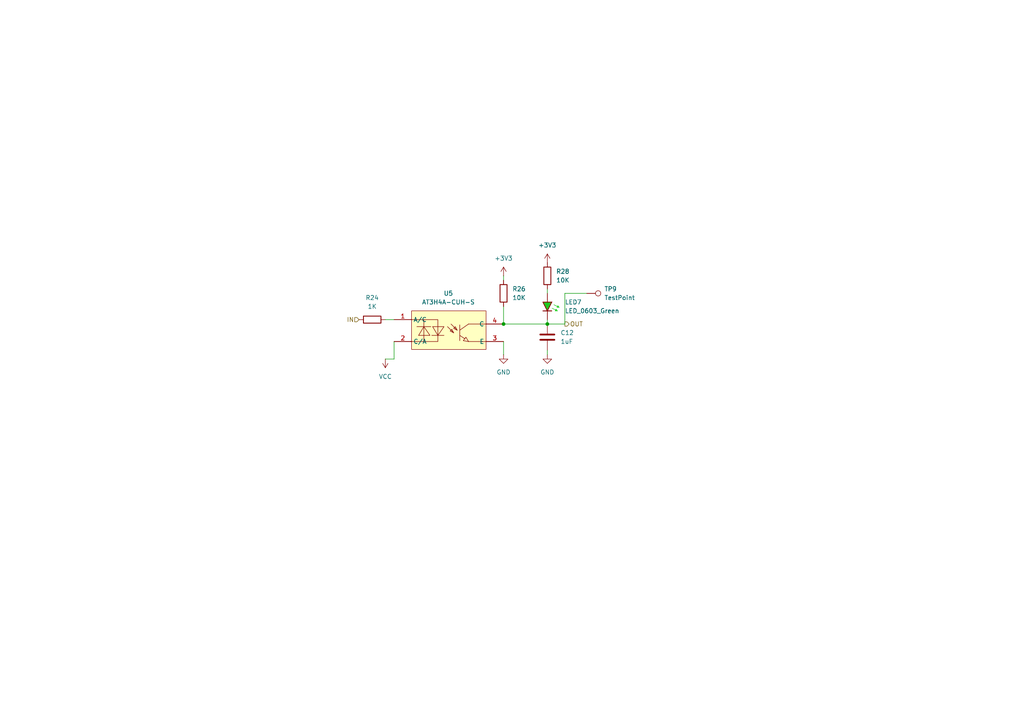
<source format=kicad_sch>
(kicad_sch (version 20250114) (generator "eeschema") (generator_version "9.0")
  (paper "A4")
  (lib_symbols
    (symbol "Connector:TestPoint" (pin_numbers (hide yes)) (pin_names (offset 0.762) (hide yes))
      (property "Reference" "TP" (at 0 6.858 0))
      (property "Value" "TestPoint" (at 0 5.08 0))
      (symbol "TestPoint_0_1"
        (circle (center 0 3.302) (radius 0.762))
      )
      (symbol "TestPoint_1_1"
        (pin passive line (at 0 0 90) (length 2.54) (name "1") (number "1"))
      )
    )
    (symbol "PCM_Capacitor_AKL:C_0603" (pin_numbers (hide yes)) (pin_names (offset 0.254))
      (property "Reference" "C" (at 0.635 2.54 0))
      (property "Value" "C_0603" (at 0.635 -2.54 0))
      (symbol "C_0603_0_1"
        (polyline (pts (xy -2.032 0.762) (xy 2.032 0.762)) (stroke (width 0.508)))
        (polyline (pts (xy -2.032 -0.762) (xy 2.032 -0.762)) (stroke (width 0.508)))
      )
      (symbol "C_0603_0_2"
        (polyline (pts (xy -2.54 -2.54) (xy -0.381 -0.381)))
        (polyline (pts (xy -0.508 -0.508) (xy -1.651 0.635)) (stroke (width 0.508)))
        (polyline (pts (xy -0.508 -0.508) (xy 0.635 -1.651)) (stroke (width 0.508)))
        (polyline (pts (xy 0.381 0.381) (xy 2.54 2.54)))
        (polyline (pts (xy 0.508 0.508) (xy -0.635 1.651)) (stroke (width 0.508)))
        (polyline (pts (xy 0.508 0.508) (xy 1.651 -0.635)) (stroke (width 0.508)))
      )
      (symbol "C_0603_1_1"
        (pin passive line (at 0 3.81 270) (length 2.794) (name "~") (number "1"))
        (pin passive line (at 0 -3.81 90) (length 2.794) (name "~") (number "2"))
      )
      (symbol "C_0603_1_2"
        (pin passive line (at -2.54 -2.54 90) (length 0) (name "~") (number "2"))
        (pin passive line (at 2.54 2.54 270) (length 0) (name "~") (number "1"))
      )
    )
    (symbol "PCM_LED_AKL:LED_0603_Green" (pin_numbers (hide yes)) (pin_names (offset 1.016) (hide yes))
      (property "Reference" "LED" (at 0 7.62 0))
      (property "Value" "LED_0603_Green" (at 0 5.08 0))
      (symbol "LED_0603_Green_0_1"
        (polyline (pts (xy -1.27 1.27) (xy -1.27 -1.27) (xy 1.27 0) (xy -1.27 1.27)) (stroke (width 0.254)) (fill (type color) (color 30 200 30 1)))
        (polyline (pts (xy -0.508 1.905) (xy 0.254 3.429)) (stroke (width 0.1524) (color 30 200 30 1)))
        (polyline (pts (xy 0.254 2.794) (xy -0.254 3.048) (xy 0.254 3.429) (xy 0.254 2.794)) (stroke (width 0) (color 30 200 30 1)) (fill (type outline)))
        (polyline (pts (xy 0.508 1.397) (xy 1.27 2.921)) (stroke (width 0.1524) (color 30 200 30 1)))
        (polyline (pts (xy 1.27 2.286) (xy 0.762 2.54) (xy 1.27 2.921) (xy 1.27 2.286)) (stroke (width 0.1524) (color 30 200 30 1)) (fill (type outline)))
        (polyline (pts (xy 1.27 1.27) (xy 1.27 -1.27)) (stroke (width 0.254)))
      )
      (symbol "LED_0603_Green_0_2"
        (polyline (pts (xy -2.54 -2.54) (xy -0.889 -0.889)))
        (polyline (pts (xy -1.651 0.889) (xy -2.159 2.413)) (stroke (width 0) (color 30 200 30 1)))
        (polyline (pts (xy -0.889 -0.889) (xy -1.778 0) (xy 0.889 0.889) (xy 0 -1.778) (xy -0.889 -0.889)) (stroke (width 0.254)) (fill (type color) (color 30 200 30 1)))
        (polyline (pts (xy -0.508 1.27) (xy -1.016 2.794)) (stroke (width 0) (color 30 200 30 1)))
        (polyline (pts (xy 0 1.778) (xy 1.778 0)) (stroke (width 0.254)))
        (polyline (pts (xy 0.889 0.889) (xy 2.54 2.54)))
      )
      (symbol "LED_0603_Green_1_1"
        (pin passive line (at -3.81 0 0) (length 2.54) (name "A") (number "2"))
        (pin passive line (at 3.81 0 180) (length 2.54) (name "K") (number "1"))
      )
      (symbol "LED_0603_Green_1_2"
        (polyline (pts (xy -2.159 2.413) (xy -2.286 1.778) (xy -1.6764 1.9812) (xy -2.159 2.413)) (stroke (width 0) (color 30 200 30 1)) (fill (type outline)))
        (polyline (pts (xy -1.016 2.794) (xy -1.143 2.159) (xy -0.5334 2.3622) (xy -1.016 2.794)) (stroke (width 0) (color 30 200 30 1)) (fill (type outline)))
        (pin passive line (at -2.54 -2.54 0) (length 0) (name "A") (number "2"))
        (pin passive line (at 2.54 2.54 180) (length 0) (name "K") (number "1"))
      )
    )
    (symbol "PCM_Resistor_AKL:R_0603" (pin_numbers (hide yes)) (pin_names (offset 0))
      (property "Reference" "R" (at 2.54 1.27 0))
      (property "Value" "R_0603" (at 2.54 -1.27 0))
      (symbol "R_0603_0_1"
        (rectangle (start -1.016 2.54) (end 1.016 -2.54) (stroke (width 0.254)))
      )
      (symbol "R_0603_0_2"
        (polyline (pts (xy -2.54 -2.54) (xy -1.524 -1.524)))
        (polyline (pts (xy 1.524 1.524) (xy 2.54 2.54)))
        (polyline (pts (xy 1.524 1.524) (xy 0.889 2.159) (xy -2.159 -0.889) (xy -0.889 -2.159) (xy 2.159 0.889) (xy 1.524 1.524)) (stroke (width 0.254)))
      )
      (symbol "R_0603_1_1"
        (pin passive line (at 0 3.81 270) (length 1.27) (name "~") (number "1"))
        (pin passive line (at 0 -3.81 90) (length 1.27) (name "~") (number "2"))
      )
      (symbol "R_0603_1_2"
        (pin passive line (at -2.54 -2.54 0) (length 0) (name "") (number "2"))
        (pin passive line (at 2.54 2.54 180) (length 0) (name "") (number "1"))
      )
    )
    (symbol "easyeda2kicad:AT3H4A-CUH-S"
      (property "Reference" "U" (at 0 8.89 0))
      (property "Value" "AT3H4A-CUH-S" (at 0 -7.62 0))
      (symbol "AT3H4A-CUH-S_0_1"
        (polyline (pts (xy -11.68 -2.54) (xy -7.87 -2.54) (xy -7.87 3.81) (xy -11.68 3.81)))
        (rectangle (start -11.43 6.35) (end 10.16 -4.83) (fill (type background)))
        (polyline (pts (xy -9.4 -0.76) (xy -7.87 1.78) (xy -6.1 -0.76) (xy -9.4 -0.76)) (fill (type background)))
        (polyline (pts (xy -7.87 3.81) (xy -3.81 3.81) (xy -3.81 -2.54) (xy -7.87 -2.54)))
        (polyline (pts (xy -5.84 1.78) (xy -9.91 1.78)))
        (polyline (pts (xy -5.33 1.78) (xy -3.81 -0.76) (xy -2.03 1.78) (xy -5.33 1.78)) (fill (type background)))
        (polyline (pts (xy -2.03 -0.76) (xy -5.59 -0.76)))
        (polyline (pts (xy -1.02 1.78) (xy 0.76 0)))
        (polyline (pts (xy 0 2.54) (xy 1.78 0.76)))
        (polyline (pts (xy 0.76 0) (xy -0.25 0.51) (xy 0.25 1.02) (xy 0.76 0)) (fill (type background)))
        (polyline (pts (xy 1.78 0.76) (xy 0.76 1.27) (xy 1.27 1.78) (xy 1.78 0.76)) (fill (type background)))
        (polyline (pts (xy 2.54 2.29) (xy 2.54 -2.29)))
        (polyline (pts (xy 2.54 -0.76) (xy 4.06 -1.78)))
        (polyline (pts (xy 5.08 2.54) (xy 2.54 0.76)))
        (polyline (pts (xy 5.08 -2.54) (xy 4.32 -1.27) (xy 3.56 -2.29) (xy 5.08 -2.54)) (fill (type background)))
        (polyline (pts (xy 9.14 2.54) (xy 5.08 2.54)))
        (polyline (pts (xy 9.14 2.54) (xy 10.16 2.54)))
        (polyline (pts (xy 9.14 -2.54) (xy 5.08 -2.54)))
        (polyline (pts (xy 9.14 -2.54) (xy 10.16 -2.54)))
        (pin unspecified line (at -16.51 3.81 0) (length 5.08) (name "A/C") (number "1"))
        (pin unspecified line (at -16.51 -2.54 0) (length 5.08) (name "C/A") (number "2"))
        (pin unspecified line (at 15.24 2.54 180) (length 5.08) (name "C") (number "4"))
        (pin unspecified line (at 15.24 -2.54 180) (length 5.08) (name "E") (number "3"))
      )
    )
    (symbol "power:+3V3" (power) (pin_numbers (hide yes)) (pin_names (offset 0) (hide yes))
      (property "Value" "+3V3" (at 0 3.556 0))
      (symbol "+3V3_0_1"
        (polyline (pts (xy -0.762 1.27) (xy 0 2.54)))
        (polyline (pts (xy 0 2.54) (xy 0.762 1.27)))
        (polyline (pts (xy 0 0) (xy 0 2.54)))
      )
      (symbol "+3V3_1_1"
        (pin power_in line (at 0 0 90) (length 0) (name "~") (number "1"))
      )
    )
    (symbol "power:GND" (power) (pin_numbers (hide yes)) (pin_names (offset 0) (hide yes))
      (property "Value" "GND" (at 0 -3.81 0))
      (symbol "GND_0_1"
        (polyline (pts (xy 0 0) (xy 0 -1.27) (xy 1.27 -1.27) (xy 0 -2.54) (xy -1.27 -1.27) (xy 0 -1.27)))
      )
      (symbol "GND_1_1"
        (pin power_in line (at 0 0 270) (length 0) (name "~") (number "1"))
      )
    )
    (symbol "power:VCC" (power) (pin_numbers (hide yes)) (pin_names (offset 0) (hide yes))
      (property "Value" "VCC" (at 0 3.556 0))
      (symbol "VCC_0_1"
        (polyline (pts (xy -0.762 1.27) (xy 0 2.54)))
        (polyline (pts (xy 0 2.54) (xy 0.762 1.27)))
        (polyline (pts (xy 0 0) (xy 0 2.54)))
      )
      (symbol "VCC_1_1"
        (pin power_in line (at 0 0 90) (length 0) (name "~") (number "1"))
      )
    )
  )
  (junction (at 158.75 93.98))
  (junction (at 146.05 93.98))
  (wire (pts (xy 158.75 83.82) (xy 158.75 85.09)))
  (wire (pts (xy 111.76 104.14) (xy 114.3 104.14)))
  (wire (pts (xy 146.05 88.9) (xy 146.05 93.98)))
  (wire (pts (xy 114.3 104.14) (xy 114.3 99.06)))
  (wire (pts (xy 163.83 85.09) (xy 163.83 93.98)))
  (wire (pts (xy 146.05 93.98) (xy 158.75 93.98)))
  (wire (pts (xy 163.83 93.98) (xy 158.75 93.98)))
  (wire (pts (xy 158.75 102.87) (xy 158.75 101.6)))
  (wire (pts (xy 111.76 92.71) (xy 114.3 92.71)))
  (wire (pts (xy 146.05 102.87) (xy 146.05 99.06)))
  (wire (pts (xy 163.83 85.09) (xy 170.18 85.09)))
  (wire (pts (xy 146.05 80.01) (xy 146.05 81.28)))
  (wire (pts (xy 158.75 92.71) (xy 158.75 93.98)))
  (hierarchical_label "OUT" (shape output) (at 163.83 93.98 0))
  (hierarchical_label "IN" (shape input) (at 104.14 92.71 180))
  (symbol (lib_id "power:VCC") (at 111.76 104.14 180) (unit 1)
    (property "Reference" "#PWR036" (effects (hide yes)))
    (property "Value" "VCC" (at 111.76 109.22 0))
    (property "Description" "Power symbol creates a global label with name \"VCC\"" (effects (hide yes)))
    (instances (project "NIVARA" (path "" (reference "#PWR035") (unit 1)) (path "" (reference "#PWR036") (unit 1))))
  )
  (symbol (lib_id "PCM_LED_AKL:LED_0603_Green") (at 158.75 88.9 270) (unit 1)
    (property "Reference" "LED8" (at 163.83 87.6299 90) (effects (justify left)))
    (property "Value" "LED_0603_Green" (at 163.83 90.1699 90) (effects (justify left)))
    (property "Footprint" "PCM_LED_SMD_AKL:LED_0603_1608Metric" (effects (hide yes)))
    (property "Description" "Green SMD LED, 0603, Alternate KiCad Library" (effects (hide yes)))
    (property "PART NUMBERT" "XL-1608UOC-06" (effects (hide yes)))
    (instances (project "NIVARA" (path "" (reference "LED7") (unit 1)) (path "" (reference "LED8") (unit 1))))
  )
  (symbol (lib_id "PCM_Capacitor_AKL:C_0603") (at 158.75 97.79 0) (unit 1)
    (property "Reference" "C13" (at 162.56 96.5199 0) (effects (justify left)))
    (property "Value" "1uF" (at 162.56 99.0599 0) (effects (justify left)))
    (property "Footprint" "PCM_Capacitor_SMD_AKL:C_0603_1608Metric" (effects (hide yes)))
    (property "Description" "SMD 0603 MLCC capacitor, Alternate KiCad Library" (effects (hide yes)))
    (property "PART NUMBERT" "CL10A105KB8NNNC" (effects (hide yes)))
    (instances (project "NIVARA" (path "" (reference "C12") (unit 1)) (path "" (reference "C13") (unit 1))))
  )
  (symbol (lib_id "power:+3V3") (at 146.05 80.01 0) (unit 1)
    (property "Reference" "#PWR039" (effects (hide yes)))
    (property "Value" "+3V3" (at 146.05 74.93 0))
    (property "Description" "Power symbol creates a global label with name \"+3V3\"" (effects (hide yes)))
    (instances (project "NIVARA" (path "" (reference "#PWR037") (unit 1)) (path "" (reference "#PWR039") (unit 1))))
  )
  (symbol (lib_id "PCM_Resistor_AKL:R_0603") (at 107.95 92.71 270) (unit 1)
    (property "Reference" "R25" (at 107.95 86.36 90))
    (property "Value" "1K" (at 107.95 88.9 90))
    (property "Footprint" "PCM_Resistor_SMD_AKL:R_0603_1608Metric" (effects (hide yes)))
    (property "Description" "SMD 0603 Chip Resistor, European Symbol, Alternate KiCad Library" (effects (hide yes)))
    (property "PART NUMBERT" "RC0603FR-071KL" (effects (hide yes)))
    (instances (project "NIVARA" (path "" (reference "R24") (unit 1)) (path "" (reference "R25") (unit 1))))
  )
  (symbol (lib_id "power:+3V3") (at 158.75 76.2 0) (unit 1)
    (property "Reference" "#PWR043" (effects (hide yes)))
    (property "Value" "+3V3" (at 158.75 71.12 0))
    (property "Description" "Power symbol creates a global label with name \"+3V3\"" (effects (hide yes)))
    (instances (project "NIVARA" (path "" (reference "#PWR041") (unit 1)) (path "" (reference "#PWR043") (unit 1))))
  )
  (symbol (lib_id "power:GND") (at 146.05 102.87 0) (unit 1)
    (property "Reference" "#PWR040" (effects (hide yes)))
    (property "Value" "GND" (at 146.05 107.95 0))
    (property "Description" "Power symbol creates a global label with name \"GND\" , ground" (effects (hide yes)))
    (instances (project "NIVARA" (path "" (reference "#PWR038") (unit 1)) (path "" (reference "#PWR040") (unit 1))))
  )
  (symbol (lib_id "Connector:TestPoint") (at 170.18 85.09 270) (unit 1)
    (property "Reference" "TP10" (at 175.26 83.8199 90) (effects (justify left)))
    (property "Value" "TestPoint" (at 175.26 86.3599 90) (effects (justify left)))
    (property "Footprint" "TestPoint:TestPoint_THTPad_D1.0mm_Drill0.5mm" (effects (hide yes)))
    (property "Description" "test point" (effects (hide yes)))
    (instances (project "NIVARA" (path "" (reference "TP9") (unit 1)) (path "" (reference "TP10") (unit 1))))
  )
  (symbol (lib_id "power:GND") (at 158.75 102.87 0) (unit 1)
    (property "Reference" "#PWR044" (effects (hide yes)))
    (property "Value" "GND" (at 158.75 107.95 0))
    (property "Description" "Power symbol creates a global label with name \"GND\" , ground" (effects (hide yes)))
    (instances (project "NIVARA" (path "" (reference "#PWR042") (unit 1)) (path "" (reference "#PWR044") (unit 1))))
  )
  (symbol (lib_id "easyeda2kicad:AT3H4A-CUH-S") (at 130.81 96.52 0) (unit 1)
    (property "Reference" "U6" (at 130.05 85.09 0))
    (property "Value" "AT3H4A-CUH-S" (at 130.05 87.63 0))
    (property "Footprint" "easyeda2kicad:SSOP-4_L2.7-W4.6-P1.27-LS7.0-TL" (effects (hide yes)))
    (property "LCSC Part" "C20612634" (effects (hide yes)))
    (property "PART NUMBERT" "AT3H4A-CUH-S" (effects (hide yes)))
    (instances (project "NIVARA" (path "" (reference "U5") (unit 1)) (path "" (reference "U6") (unit 1))))
  )
  (symbol (lib_id "PCM_Resistor_AKL:R_0603") (at 146.05 85.09 0) (unit 1)
    (property "Reference" "R27" (at 148.59 83.8199 0) (effects (justify left)))
    (property "Value" "10K" (at 148.59 86.3599 0) (effects (justify left)))
    (property "Footprint" "PCM_Resistor_SMD_AKL:R_0603_1608Metric" (effects (hide yes)))
    (property "Description" "SMD 0603 Chip Resistor, European Symbol, Alternate KiCad Library" (effects (hide yes)))
    (instances (project "NIVARA" (path "" (reference "R26") (unit 1)) (path "" (reference "R27") (unit 1))))
  )
  (symbol (lib_id "PCM_Resistor_AKL:R_0603") (at 158.75 80.01 0) (unit 1)
    (property "Reference" "R29" (at 161.29 78.7399 0) (effects (justify left)))
    (property "Value" "10K" (at 161.29 81.2799 0) (effects (justify left)))
    (property "Footprint" "PCM_Resistor_SMD_AKL:R_0603_1608Metric" (effects (hide yes)))
    (property "Description" "SMD 0603 Chip Resistor, European Symbol, Alternate KiCad Library" (effects (hide yes)))
    (instances (project "NIVARA" (path "" (reference "R28") (unit 1)) (path "" (reference "R29") (unit 1))))
  )
)
</source>
